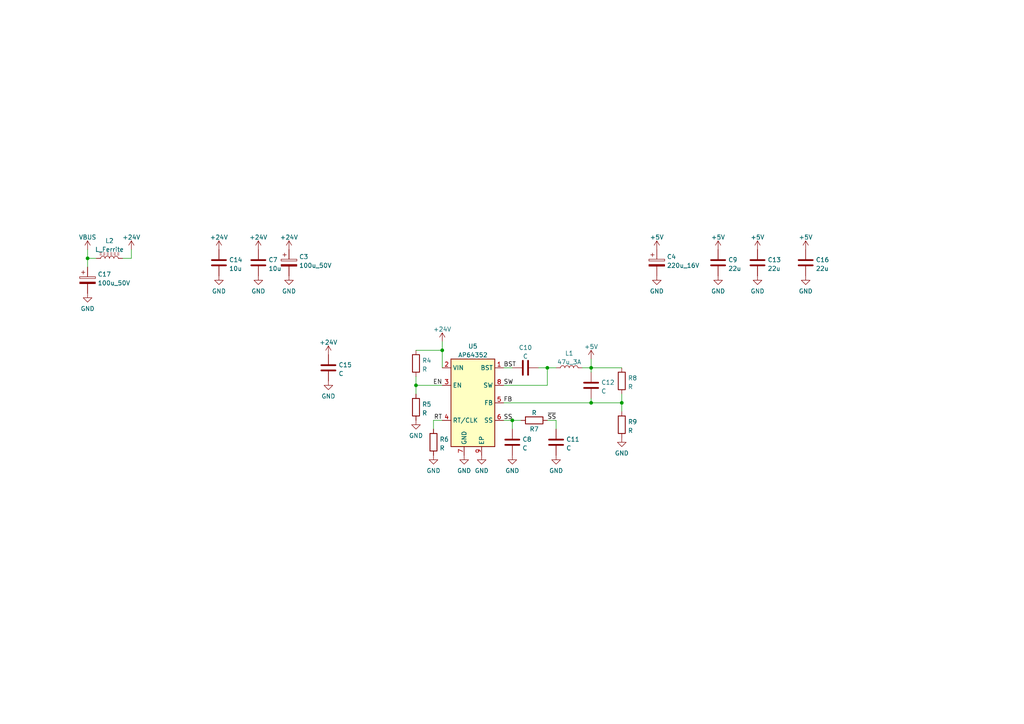
<source format=kicad_sch>
(kicad_sch (version 20230121) (generator eeschema)
  (paper "A4")
  (lib_symbols
    (symbol "Device:C" (pin_numbers hide) (pin_names (offset 0.254))
      (property "Reference" "C" (at 0.635 2.54 0))
      (property "Value" "C" (at 0.635 -2.54 0))
      (symbol "C_0_1"
        (polyline (pts (xy -2.032 -0.762) (xy 2.032 -0.762)) (stroke (width 0.508)))
        (polyline (pts (xy -2.032 0.762) (xy 2.032 0.762)) (stroke (width 0.508)))
      )
      (symbol "C_1_1"
        (pin passive line (at 0 3.81 270) (length 2.794) (name "~") (number "1"))
        (pin passive line (at 0 -3.81 90) (length 2.794) (name "~") (number "2"))
      )
    )
    (symbol "Device:C_Polarized" (pin_numbers hide) (pin_names (offset 0.254))
      (property "Reference" "C" (at 0.635 2.54 0))
      (property "Value" "C_Polarized" (at 0.635 -2.54 0))
      (symbol "C_Polarized_0_1"
        (rectangle (start -2.286 0.508) (end 2.286 1.016))
        (polyline (pts (xy -1.778 2.286) (xy -0.762 2.286)))
        (polyline (pts (xy -1.27 2.794) (xy -1.27 1.778)))
        (rectangle (start 2.286 -0.508) (end -2.286 -1.016) (fill (type outline)))
      )
      (symbol "C_Polarized_1_1"
        (pin passive line (at 0 3.81 270) (length 2.794) (name "~") (number "1"))
        (pin passive line (at 0 -3.81 90) (length 2.794) (name "~") (number "2"))
      )
    )
    (symbol "Device:L" (pin_numbers hide) (pin_names (offset 1.016) hide)
      (property "Reference" "L" (at -1.27 0 90))
      (property "Value" "L" (at 1.905 0 90))
      (symbol "L_0_1"
        (arc (start 0 -2.54) (mid 0.6323 -1.905) (end 0 -1.27))
        (arc (start 0 -1.27) (mid 0.6323 -0.635) (end 0 0))
        (arc (start 0 0) (mid 0.6323 0.635) (end 0 1.27))
        (arc (start 0 1.27) (mid 0.6323 1.905) (end 0 2.54))
      )
      (symbol "L_1_1"
        (pin passive line (at 0 3.81 270) (length 1.27) (name "1") (number "1"))
        (pin passive line (at 0 -3.81 90) (length 1.27) (name "2") (number "2"))
      )
    )
    (symbol "Device:L_Ferrite" (pin_numbers hide) (pin_names (offset 1.016) hide)
      (property "Reference" "L" (at -1.27 0 90))
      (property "Value" "L_Ferrite" (at 2.794 0 90))
      (symbol "L_Ferrite_0_1"
        (arc (start 0 -2.54) (mid 0.6323 -1.905) (end 0 -1.27))
        (arc (start 0 -1.27) (mid 0.6323 -0.635) (end 0 0))
        (polyline (pts (xy 1.016 -2.794) (xy 1.016 -2.286)))
        (polyline (pts (xy 1.016 -1.778) (xy 1.016 -1.27)))
        (polyline (pts (xy 1.016 -0.762) (xy 1.016 -0.254)))
        (polyline (pts (xy 1.016 0.254) (xy 1.016 0.762)))
        (polyline (pts (xy 1.016 1.27) (xy 1.016 1.778)))
        (polyline (pts (xy 1.016 2.286) (xy 1.016 2.794)))
        (polyline (pts (xy 1.524 -2.286) (xy 1.524 -2.794)))
        (polyline (pts (xy 1.524 -1.27) (xy 1.524 -1.778)))
        (polyline (pts (xy 1.524 -0.254) (xy 1.524 -0.762)))
        (polyline (pts (xy 1.524 0.762) (xy 1.524 0.254)))
        (polyline (pts (xy 1.524 1.778) (xy 1.524 1.27)))
        (polyline (pts (xy 1.524 2.794) (xy 1.524 2.286)))
        (arc (start 0 0) (mid 0.6323 0.635) (end 0 1.27))
        (arc (start 0 1.27) (mid 0.6323 1.905) (end 0 2.54))
      )
      (symbol "L_Ferrite_1_1"
        (pin passive line (at 0 3.81 270) (length 1.27) (name "1") (number "1"))
        (pin passive line (at 0 -3.81 90) (length 1.27) (name "2") (number "2"))
      )
    )
    (symbol "Device:R" (pin_numbers hide) (pin_names (offset 0))
      (property "Reference" "R" (at 2.032 0 90))
      (property "Value" "R" (at 0 0 90))
      (symbol "R_0_1"
        (rectangle (start -1.016 -2.54) (end 1.016 2.54) (stroke (width 0.254)))
      )
      (symbol "R_1_1"
        (pin passive line (at 0 3.81 270) (length 1.27) (name "~") (number "1"))
        (pin passive line (at 0 -3.81 90) (length 1.27) (name "~") (number "2"))
      )
    )
    (symbol "power:+24V" (power) (pin_names (offset 0))
      (property "Value" "+24V" (at 0 3.556 0))
      (symbol "+24V_0_1"
        (polyline (pts (xy -0.762 1.27) (xy 0 2.54)))
        (polyline (pts (xy 0 0) (xy 0 2.54)))
        (polyline (pts (xy 0 2.54) (xy 0.762 1.27)))
      )
      (symbol "+24V_1_1"
        (pin power_in line (at 0 0 90) (length 0) hide (name "+24V") (number "1"))
      )
    )
    (symbol "power:+5V" (power) (pin_names (offset 0))
      (property "Value" "+5V" (at 0 3.556 0))
      (symbol "+5V_0_1"
        (polyline (pts (xy -0.762 1.27) (xy 0 2.54)))
        (polyline (pts (xy 0 0) (xy 0 2.54)))
        (polyline (pts (xy 0 2.54) (xy 0.762 1.27)))
      )
      (symbol "+5V_1_1"
        (pin power_in line (at 0 0 90) (length 0) hide (name "+5V") (number "1"))
      )
    )
    (symbol "power:GND" (power) (pin_names (offset 0))
      (property "Value" "GND" (at 0 -3.81 0))
      (symbol "GND_0_1"
        (polyline (pts (xy 0 0) (xy 0 -1.27) (xy 1.27 -1.27) (xy 0 -2.54) (xy -1.27 -1.27) (xy 0 -1.27)))
      )
      (symbol "GND_1_1"
        (pin power_in line (at 0 0 270) (length 0) hide (name "GND") (number "1"))
      )
    )
    (symbol "power:VBUS" (power) (pin_names (offset 0))
      (property "Value" "VBUS" (at 0 3.81 0))
      (symbol "VBUS_0_1"
        (polyline (pts (xy -0.762 1.27) (xy 0 2.54)))
        (polyline (pts (xy 0 0) (xy 0 2.54)))
        (polyline (pts (xy 0 2.54) (xy 0.762 1.27)))
      )
      (symbol "VBUS_1_1"
        (pin power_in line (at 0 0 90) (length 0) hide (name "VBUS") (number "1"))
      )
    )
    (symbol "prj_lib:AP64352"
      (property "Reference" "U?" (at 0 16.3998 0))
      (property "Value" "AP64352" (at 0 13.8629 0))
      (symbol "AP64352_0_1"
        (rectangle (start -6.35 12.7) (end 6.35 -12.7) (stroke (width 0.254)) (fill (type background)))
      )
      (symbol "AP64352_1_1"
        (pin output line (at 8.89 10.16 180) (length 2.54) (name "BST") (number "1"))
        (pin power_in line (at -8.89 10.16 0) (length 2.54) (name "VIN") (number "2"))
        (pin input line (at -8.89 5.08 0) (length 2.54) (name "EN") (number "3"))
        (pin tri_state line (at -8.89 -5.08 0) (length 2.54) (name "RT/CLK") (number "4"))
        (pin input line (at 8.89 0 180) (length 2.54) (name "FB") (number "5"))
        (pin output line (at 8.89 -5.08 180) (length 2.54) (name "SS") (number "6"))
        (pin power_in line (at -2.54 -15.24 90) (length 2.54) (name "GND") (number "7"))
        (pin power_out line (at 8.89 5.08 180) (length 2.54) (name "SW") (number "8"))
        (pin power_in line (at 2.54 -15.24 90) (length 2.54) (name "EP") (number "9"))
      )
    )
  )
  (junction (at 25.4 74.93))
  (junction (at 171.45 116.84))
  (junction (at 180.34 116.84))
  (junction (at 120.65 111.76))
  (junction (at 171.45 106.68))
  (junction (at 148.59 121.92))
  (junction (at 158.75 106.68))
  (junction (at 128.27 101.6))
  (wire (pts (xy 128.27 121.92) (xy 125.73 121.92)))
  (wire (pts (xy 158.75 106.68) (xy 158.75 111.76)))
  (wire (pts (xy 125.73 121.92) (xy 125.73 124.46)))
  (wire (pts (xy 171.45 106.68) (xy 180.34 106.68)))
  (wire (pts (xy 171.45 106.68) (xy 171.45 107.95)))
  (wire (pts (xy 171.45 116.84) (xy 180.34 116.84)))
  (wire (pts (xy 120.65 111.76) (xy 120.65 114.3)))
  (wire (pts (xy 38.1 72.39) (xy 38.1 74.93)))
  (wire (pts (xy 158.75 106.68) (xy 161.29 106.68)))
  (wire (pts (xy 171.45 104.14) (xy 171.45 106.68)))
  (wire (pts (xy 148.59 121.92) (xy 146.05 121.92)))
  (wire (pts (xy 148.59 121.92) (xy 151.13 121.92)))
  (wire (pts (xy 25.4 74.93) (xy 27.94 74.93)))
  (wire (pts (xy 128.27 106.68) (xy 128.27 101.6)))
  (wire (pts (xy 120.65 111.76) (xy 120.65 109.22)))
  (wire (pts (xy 128.27 111.76) (xy 120.65 111.76)))
  (wire (pts (xy 148.59 124.46) (xy 148.59 121.92)))
  (wire (pts (xy 38.1 74.93) (xy 35.56 74.93)))
  (wire (pts (xy 156.21 106.68) (xy 158.75 106.68)))
  (wire (pts (xy 168.91 106.68) (xy 171.45 106.68)))
  (wire (pts (xy 180.34 116.84) (xy 180.34 119.38)))
  (wire (pts (xy 25.4 74.93) (xy 25.4 77.47)))
  (wire (pts (xy 146.05 116.84) (xy 171.45 116.84)))
  (wire (pts (xy 146.05 106.68) (xy 148.59 106.68)))
  (wire (pts (xy 120.65 101.6) (xy 128.27 101.6)))
  (wire (pts (xy 171.45 115.57) (xy 171.45 116.84)))
  (wire (pts (xy 158.75 121.92) (xy 161.29 121.92)))
  (wire (pts (xy 128.27 99.06) (xy 128.27 101.6)))
  (wire (pts (xy 146.05 111.76) (xy 158.75 111.76)))
  (wire (pts (xy 161.29 121.92) (xy 161.29 124.46)))
  (wire (pts (xy 180.34 114.3) (xy 180.34 116.84)))
  (wire (pts (xy 25.4 72.39) (xy 25.4 74.93)))
  (label "FB" (at 146.05 116.84 0))
  (label "BST" (at 146.05 106.68 0))
  (label "SW" (at 146.05 111.76 0))
  (label "~{SS}" (at 158.75 121.92 0))
  (label "RT" (at 128.27 121.92 180))
  (label "SS" (at 146.05 121.92 0))
  (label "EN" (at 128.27 111.76 180))
  (symbol (lib_id "power:GND") (at 83.82 80.01 0) (unit 1)
    (property "Reference" "#PWR0129" (effects hide))
    (property "Value" "~" (at 83.82 84.4534 0))
  )
  (symbol (lib_id "power:GND") (at 125.73 132.08 0) (unit 1)
    (property "Reference" "#PWR0142" (effects hide))
    (property "Value" "~" (at 125.73 136.5234 0))
  )
  (symbol (lib_id "Device:L") (at 165.1 106.68 90) (unit 1)
    (property "Reference" "L1" (at 165.1 102.4722 90))
    (property "Value" "47u_3A" (at 165.1 105.0091 90))
    (property "Footprint" "project_footprints:L_Bourns-SRN6045" (effects hide))
  )
  (symbol (lib_id "power:VBUS") (at 25.4 72.39 0) (unit 1)
    (property "Reference" "#PWR0126" (effects hide))
    (property "Value" "VBUS" (at 25.4 68.8142 0))
  )
  (symbol (lib_id "Device:C") (at 161.29 128.27 0) (unit 1)
    (property "Reference" "C11" (at 164.211 127.4353 0) (effects (justify left)))
    (property "Value" "C" (at 164.211 129.9722 0) (effects (justify left)))
    (property "Footprint" "Capacitor_SMD:C_0603_1608Metric" (effects hide))
  )
  (symbol (lib_id "Device:C_Polarized") (at 25.4 81.28 0) (unit 1)
    (property "Reference" "C17" (at 28.321 79.5563 0) (effects (justify left)))
    (property "Value" "100u_50V" (at 28.321 82.0932 0) (effects (justify left)))
    (property "Footprint" "Capacitor_THT:CP_Radial_D10.0mm_P5.00mm" (effects hide))
  )
  (symbol (lib_id "Device:C") (at 208.28 76.2 0) (unit 1)
    (property "Reference" "C9" (at 211.201 75.3653 0) (effects (justify left)))
    (property "Value" "22u" (at 211.201 77.9022 0) (effects (justify left)))
    (property "Footprint" "Capacitor_SMD:C_0805_2012Metric" (effects hide))
  )
  (symbol (lib_id "power:GND") (at 190.5 80.01 0) (unit 1)
    (property "Reference" "#PWR0123" (effects hide))
    (property "Value" "~" (at 190.5 84.4534 0))
  )
  (symbol (lib_id "Device:C_Polarized") (at 190.5 76.2 0) (unit 1)
    (property "Reference" "C4" (at 193.421 74.4763 0) (effects (justify left)))
    (property "Value" "220u_16V" (at 193.421 77.0132 0) (effects (justify left)))
    (property "Footprint" "Capacitor_THT:CP_Radial_D6.3mm_P2.50mm" (effects hide))
  )
  (symbol (lib_id "Device:C") (at 74.93 76.2 0) (unit 1)
    (property "Reference" "C7" (at 77.851 75.3653 0) (effects (justify left)))
    (property "Value" "10u" (at 77.851 77.9022 0) (effects (justify left)))
    (property "Footprint" "Capacitor_SMD:C_1206_3216Metric" (effects hide))
  )
  (symbol (lib_id "power:+24V") (at 74.93 72.39 0) (unit 1)
    (property "Reference" "#PWR0156" (effects hide))
    (property "Value" "+24V" (at 74.93 68.834 0))
  )
  (symbol (lib_id "Device:R") (at 180.34 123.19 0) (unit 1)
    (property "Reference" "R9" (at 182.118 122.3553 0) (effects (justify left)))
    (property "Value" "R" (at 182.118 124.8922 0) (effects (justify left)))
    (property "Footprint" "Resistor_SMD:R_0603_1608Metric" (effects hide))
  )
  (symbol (lib_id "power:+24V") (at 83.82 72.39 0) (unit 1)
    (property "Reference" "#PWR0128" (effects hide))
    (property "Value" "+24V" (at 83.82 68.834 0))
  )
  (symbol (lib_id "Device:C") (at 95.25 106.68 180) (unit 1)
    (property "Reference" "C15" (at 98.171 105.8453 0) (effects (justify right)))
    (property "Value" "C" (at 98.171 108.3822 0) (effects (justify right)))
    (property "Footprint" "Capacitor_SMD:C_0603_1608Metric" (effects hide))
  )
  (symbol (lib_id "power:+5V") (at 233.68 72.39 0) (unit 1)
    (property "Reference" "#PWR0154" (effects hide))
    (property "Value" "~" (at 233.68 68.8142 0))
  )
  (symbol (lib_id "power:GND") (at 120.65 121.92 0) (unit 1)
    (property "Reference" "#PWR0145" (effects hide))
    (property "Value" "~" (at 120.65 126.3634 0))
  )
  (symbol (lib_id "Device:R") (at 180.34 110.49 0) (unit 1)
    (property "Reference" "R8" (at 182.118 109.6553 0) (effects (justify left)))
    (property "Value" "R" (at 182.118 112.1922 0) (effects (justify left)))
    (property "Footprint" "Resistor_SMD:R_0603_1608Metric" (effects hide))
  )
  (symbol (lib_id "power:GND") (at 95.25 110.49 0) (unit 1)
    (property "Reference" "#PWR0149" (effects hide))
    (property "Value" "~" (at 95.25 114.9334 0))
  )
  (symbol (lib_id "power:+5V") (at 171.45 104.14 0) (unit 1)
    (property "Reference" "#PWR0146" (effects hide))
    (property "Value" "+5V" (at 171.45 100.5642 0))
  )
  (symbol (lib_id "power:+5V") (at 208.28 72.39 0) (unit 1)
    (property "Reference" "#PWR0124" (effects hide))
    (property "Value" "~" (at 208.28 68.8142 0))
  )
  (symbol (lib_id "Device:R") (at 154.94 121.92 90) (unit 1)
    (property "Reference" "R7" (at 154.94 124.46 90))
    (property "Value" "R" (at 154.94 119.7411 90))
    (property "Footprint" "Resistor_SMD:R_0603_1608Metric" (effects hide))
  )
  (symbol (lib_id "Device:C") (at 152.4 106.68 90) (unit 1)
    (property "Reference" "C10" (at 152.4 100.8212 90))
    (property "Value" "C" (at 152.4 103.3581 90))
    (property "Footprint" "Capacitor_SMD:C_0603_1608Metric" (effects hide))
  )
  (symbol (lib_id "power:GND") (at 233.68 80.01 0) (unit 1)
    (property "Reference" "#PWR0153" (effects hide))
    (property "Value" "~" (at 233.68 84.4534 0))
  )
  (symbol (lib_id "power:+24V") (at 38.1 72.39 0) (unit 1)
    (property "Reference" "#PWR0151" (effects hide))
    (property "Value" "+24V" (at 38.1 68.834 0))
  )
  (symbol (lib_id "prj_lib:AP64352") (at 137.16 116.84 0) (unit 1)
    (property "Reference" "U5" (at 137.16 100.4402 0))
    (property "Value" "AP64352" (at 137.16 102.9771 0))
    (property "Footprint" "project_footprints:Diodes_SO-8EP" (effects hide))
    (property "Datasheet" "https://www.diodes.com/assets/Datasheets/AP64352.pdf" (effects hide))
  )
  (symbol (lib_id "power:+24V") (at 128.27 99.06 0) (unit 1)
    (property "Reference" "#PWR0144" (effects hide))
    (property "Value" "+24V" (at 128.27 95.504 0))
  )
  (symbol (lib_id "power:+5V") (at 219.71 72.39 0) (unit 1)
    (property "Reference" "#PWR0148" (effects hide))
    (property "Value" "~" (at 219.71 68.8142 0))
  )
  (symbol (lib_id "Device:C") (at 148.59 128.27 0) (unit 1)
    (property "Reference" "C8" (at 151.511 127.4353 0) (effects (justify left)))
    (property "Value" "C" (at 151.511 129.9722 0) (effects (justify left)))
    (property "Footprint" "Capacitor_SMD:C_0603_1608Metric" (effects hide))
  )
  (symbol (lib_id "power:+5V") (at 190.5 72.39 0) (unit 1)
    (property "Reference" "#PWR0122" (effects hide))
    (property "Value" "+5V" (at 190.5 68.8142 0))
  )
  (symbol (lib_id "Device:C") (at 63.5 76.2 0) (unit 1)
    (property "Reference" "C14" (at 66.421 75.3653 0) (effects (justify left)))
    (property "Value" "10u" (at 66.421 77.9022 0) (effects (justify left)))
    (property "Footprint" "Capacitor_SMD:C_1206_3216Metric" (effects hide))
  )
  (symbol (lib_id "Device:R") (at 125.73 128.27 0) (unit 1)
    (property "Reference" "R6" (at 127.508 127.4353 0) (effects (justify left)))
    (property "Value" "R" (at 127.508 129.9722 0) (effects (justify left)))
    (property "Footprint" "Resistor_SMD:R_0603_1608Metric" (effects hide))
  )
  (symbol (lib_id "power:GND") (at 180.34 127 0) (unit 1)
    (property "Reference" "#PWR0138" (effects hide))
    (property "Value" "~" (at 180.34 131.4434 0))
  )
  (symbol (lib_id "Device:C_Polarized") (at 83.82 76.2 0) (unit 1)
    (property "Reference" "C3" (at 86.741 74.4763 0) (effects (justify left)))
    (property "Value" "100u_50V" (at 86.741 77.0132 0) (effects (justify left)))
    (property "Footprint" "Capacitor_THT:CP_Radial_D10.0mm_P5.00mm" (effects hide))
  )
  (symbol (lib_id "power:+24V") (at 63.5 72.39 0) (unit 1)
    (property "Reference" "#PWR0157" (effects hide))
    (property "Value" "+24V" (at 63.5 68.834 0))
  )
  (symbol (lib_id "power:GND") (at 139.7 132.08 0) (unit 1)
    (property "Reference" "#PWR0141" (effects hide))
    (property "Value" "~" (at 139.7 136.5234 0))
  )
  (symbol (lib_id "power:+24V") (at 95.25 102.87 0) (unit 1)
    (property "Reference" "#PWR0150" (effects hide))
    (property "Value" "+24V" (at 95.25 99.314 0))
  )
  (symbol (lib_id "power:GND") (at 148.59 132.08 0) (unit 1)
    (property "Reference" "#PWR0139" (effects hide))
    (property "Value" "~" (at 148.59 136.5234 0))
  )
  (symbol (lib_id "Device:L_Ferrite") (at 31.75 74.93 90) (unit 1)
    (property "Reference" "L2" (at 31.75 69.8332 90))
    (property "Value" "L_Ferrite" (at 31.75 72.3701 90))
    (property "Footprint" "Inductor_THT:L_Radial_D7.5mm_P5.00mm_Fastron_07P" (effects hide))
  )
  (symbol (lib_id "Device:R") (at 120.65 105.41 0) (unit 1)
    (property "Reference" "R4" (at 122.428 104.5753 0) (effects (justify left)))
    (property "Value" "R" (at 122.428 107.1122 0) (effects (justify left)))
    (property "Footprint" "Resistor_SMD:R_0603_1608Metric" (effects hide))
  )
  (symbol (lib_id "power:GND") (at 63.5 80.01 0) (unit 1)
    (property "Reference" "#PWR0152" (effects hide))
    (property "Value" "~" (at 63.5 84.4534 0))
  )
  (symbol (lib_id "power:GND") (at 219.71 80.01 0) (unit 1)
    (property "Reference" "#PWR0147" (effects hide))
    (property "Value" "~" (at 219.71 84.4534 0))
  )
  (symbol (lib_id "power:GND") (at 161.29 132.08 0) (unit 1)
    (property "Reference" "#PWR0140" (effects hide))
    (property "Value" "~" (at 161.29 136.5234 0))
  )
  (symbol (lib_id "power:GND") (at 74.93 80.01 0) (unit 1)
    (property "Reference" "#PWR0127" (effects hide))
    (property "Value" "~" (at 74.93 84.4534 0))
  )
  (symbol (lib_id "Device:C") (at 171.45 111.76 180) (unit 1)
    (property "Reference" "C12" (at 174.371 110.9253 0) (effects (justify right)))
    (property "Value" "C" (at 174.371 113.4622 0) (effects (justify right)))
    (property "Footprint" "Capacitor_SMD:C_0603_1608Metric" (effects hide))
  )
  (symbol (lib_id "Device:R") (at 120.65 118.11 0) (unit 1)
    (property "Reference" "R5" (at 122.428 117.2753 0) (effects (justify left)))
    (property "Value" "R" (at 122.428 119.8122 0) (effects (justify left)))
    (property "Footprint" "Resistor_SMD:R_0603_1608Metric" (effects hide))
  )
  (symbol (lib_id "power:GND") (at 25.4 85.09 0) (unit 1)
    (property "Reference" "#PWR0155" (effects hide))
    (property "Value" "~" (at 25.4 89.5334 0))
  )
  (symbol (lib_id "Device:C") (at 233.68 76.2 0) (unit 1)
    (property "Reference" "C16" (at 236.601 75.3653 0) (effects (justify left)))
    (property "Value" "22u" (at 236.601 77.9022 0) (effects (justify left)))
    (property "Footprint" "Capacitor_SMD:C_0805_2012Metric" (effects hide))
  )
  (symbol (lib_id "Device:C") (at 219.71 76.2 0) (unit 1)
    (property "Reference" "C13" (at 222.631 75.3653 0) (effects (justify left)))
    (property "Value" "22u" (at 222.631 77.9022 0) (effects (justify left)))
    (property "Footprint" "Capacitor_SMD:C_0805_2012Metric" (effects hide))
  )
  (symbol (lib_id "power:GND") (at 134.62 132.08 0) (unit 1)
    (property "Reference" "#PWR0143" (effects hide))
    (property "Value" "~" (at 134.62 136.5234 0))
  )
  (symbol (lib_id "power:GND") (at 208.28 80.01 0) (unit 1)
    (property "Reference" "#PWR0121" (effects hide))
    (property "Value" "~" (at 208.28 84.4534 0))
  )
)
</source>
